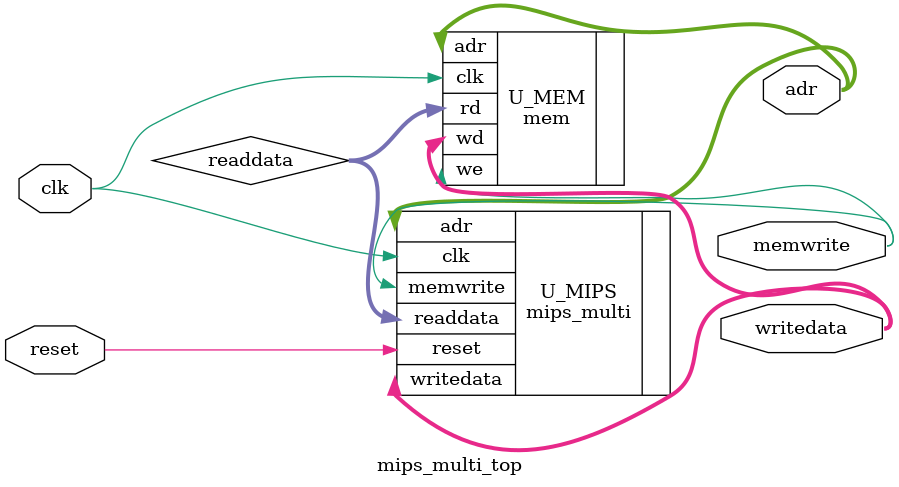
<source format=sv>

module mips_multi_top(
    input  logic        clk, reset,
    output logic [31:0] writedata, adr,
    output logic        memwrite
    );

    logic [31:0]        readdata;

    // microprocessor (control & datapath)
    mips_multi U_MIPS(.clk, .reset, .adr, .writedata, .memwrite, .readdata);

    // memory
    mem U_MEM(.clk, .we(memwrite), .adr, .wd(writedata), .rd(readdata));

endmodule // mips_multi_top

</source>
